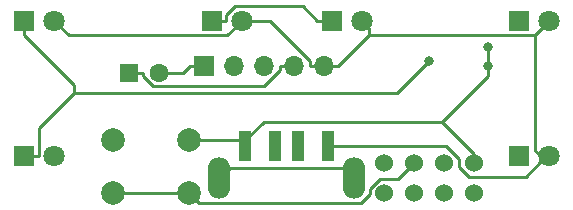
<source format=gbr>
%TF.GenerationSoftware,KiCad,Pcbnew,(5.1.6)-1*%
%TF.CreationDate,2020-05-26T13:10:35+02:00*%
%TF.ProjectId,semaforBoard,73656d61-666f-4724-926f-6172642e6b69,rev?*%
%TF.SameCoordinates,Original*%
%TF.FileFunction,Copper,L1,Top*%
%TF.FilePolarity,Positive*%
%FSLAX46Y46*%
G04 Gerber Fmt 4.6, Leading zero omitted, Abs format (unit mm)*
G04 Created by KiCad (PCBNEW (5.1.6)-1) date 2020-05-26 13:10:35*
%MOMM*%
%LPD*%
G01*
G04 APERTURE LIST*
%TA.AperFunction,ComponentPad*%
%ADD10O,1.900000X3.500000*%
%TD*%
%TA.AperFunction,SMDPad,CuDef*%
%ADD11R,1.100000X2.500000*%
%TD*%
%TA.AperFunction,ComponentPad*%
%ADD12O,1.700000X1.700000*%
%TD*%
%TA.AperFunction,ComponentPad*%
%ADD13R,1.700000X1.700000*%
%TD*%
%TA.AperFunction,ComponentPad*%
%ADD14C,1.524000*%
%TD*%
%TA.AperFunction,ComponentPad*%
%ADD15C,2.000000*%
%TD*%
%TA.AperFunction,ComponentPad*%
%ADD16C,1.800000*%
%TD*%
%TA.AperFunction,ComponentPad*%
%ADD17R,1.800000X1.800000*%
%TD*%
%TA.AperFunction,ComponentPad*%
%ADD18C,1.600000*%
%TD*%
%TA.AperFunction,ComponentPad*%
%ADD19R,1.600000X1.600000*%
%TD*%
%TA.AperFunction,ViaPad*%
%ADD20C,0.800000*%
%TD*%
%TA.AperFunction,Conductor*%
%ADD21C,0.250000*%
%TD*%
G04 APERTURE END LIST*
D10*
%TO.P,J3,5*%
%TO.N,Net-(J3-Pad5)*%
X137160000Y-100965000D03*
X148560000Y-100965000D03*
D11*
%TO.P,J3,4*%
%TO.N,GND*%
X139360000Y-98215000D03*
%TO.P,J3,1*%
%TO.N,+5V*%
X146360000Y-98215000D03*
%TO.P,J3,3*%
%TO.N,Net-(J3-Pad3)*%
X141860000Y-98215000D03*
%TO.P,J3,2*%
%TO.N,Net-(J3-Pad2)*%
X143860000Y-98215000D03*
%TD*%
D12*
%TO.P,J2,5*%
%TO.N,+5V*%
X146050000Y-91440000D03*
%TO.P,J2,4*%
%TO.N,+3V3*%
X143510000Y-91440000D03*
%TO.P,J2,3*%
%TO.N,Net-(J2-Pad3)*%
X140970000Y-91440000D03*
%TO.P,J2,2*%
%TO.N,Net-(J2-Pad2)*%
X138430000Y-91440000D03*
D13*
%TO.P,J2,1*%
%TO.N,GND*%
X135890000Y-91440000D03*
%TD*%
D14*
%TO.P,U1,8*%
%TO.N,LED-C*%
X151130000Y-99695000D03*
%TO.P,U1,7*%
%TO.N,LED-B*%
X156210000Y-99695000D03*
%TO.P,U1,6*%
%TO.N,LED-A*%
X158750000Y-102235000D03*
%TO.P,U1,5*%
%TO.N,BUTTON*%
X153670000Y-99695000D03*
%TO.P,U1,4*%
%TO.N,RESET*%
X153670000Y-102235000D03*
%TO.P,U1,3*%
%TO.N,+3V3*%
X156210000Y-102235000D03*
%TO.P,U1,2*%
%TO.N,GND*%
X158750000Y-99695000D03*
%TO.P,U1,1*%
%TO.N,+3V3*%
X151130000Y-102235000D03*
%TD*%
D15*
%TO.P,SW1,1*%
%TO.N,BUTTON*%
X128120000Y-102235000D03*
%TO.P,SW1,2*%
%TO.N,GND*%
X128120000Y-97735000D03*
%TO.P,SW1,1*%
%TO.N,BUTTON*%
X134620000Y-102235000D03*
%TO.P,SW1,2*%
%TO.N,GND*%
X134620000Y-97735000D03*
%TD*%
D16*
%TO.P,D6,2*%
%TO.N,+5V*%
X165100000Y-99060000D03*
D17*
%TO.P,D6,1*%
%TO.N,Net-(D5-Pad1)*%
X162560000Y-99060000D03*
%TD*%
D16*
%TO.P,D5,2*%
%TO.N,+5V*%
X165100000Y-87630000D03*
D17*
%TO.P,D5,1*%
%TO.N,Net-(D5-Pad1)*%
X162560000Y-87630000D03*
%TD*%
D16*
%TO.P,D4,2*%
%TO.N,+5V*%
X149225000Y-87630000D03*
D17*
%TO.P,D4,1*%
%TO.N,Net-(D3-Pad1)*%
X146685000Y-87630000D03*
%TD*%
D16*
%TO.P,D3,2*%
%TO.N,+5V*%
X139065000Y-87630000D03*
D17*
%TO.P,D3,1*%
%TO.N,Net-(D3-Pad1)*%
X136525000Y-87630000D03*
%TD*%
D16*
%TO.P,D2,2*%
%TO.N,+5V*%
X123190000Y-99060000D03*
D17*
%TO.P,D2,1*%
%TO.N,Net-(D1-Pad1)*%
X120650000Y-99060000D03*
%TD*%
D16*
%TO.P,D1,2*%
%TO.N,+5V*%
X123190000Y-87630000D03*
D17*
%TO.P,D1,1*%
%TO.N,Net-(D1-Pad1)*%
X120650000Y-87630000D03*
%TD*%
D18*
%TO.P,C1,2*%
%TO.N,GND*%
X132040000Y-92075000D03*
D19*
%TO.P,C1,1*%
%TO.N,+3V3*%
X129540000Y-92075000D03*
%TD*%
D20*
%TO.N,GND*%
X159868800Y-89845600D03*
X159947700Y-91479100D03*
%TO.N,Net-(D1-Pad1)*%
X154922800Y-91024900D03*
%TD*%
D21*
%TO.N,GND*%
X159947700Y-91479100D02*
X159868800Y-91400200D01*
X159868800Y-91400200D02*
X159868800Y-89845600D01*
X156032700Y-96189400D02*
X159947700Y-92274400D01*
X159947700Y-92274400D02*
X159947700Y-91479100D01*
X156032700Y-96189400D02*
X158750000Y-98906700D01*
X158750000Y-98906700D02*
X158750000Y-99695000D01*
X139360000Y-97735000D02*
X140905600Y-96189400D01*
X140905600Y-96189400D02*
X156032700Y-96189400D01*
X139360000Y-97897400D02*
X139360000Y-97735000D01*
X139360000Y-98215000D02*
X139360000Y-97897400D01*
X134620000Y-97735000D02*
X139360000Y-97735000D01*
X135890000Y-91440000D02*
X134714700Y-91440000D01*
X132040000Y-92075000D02*
X134079700Y-92075000D01*
X134079700Y-92075000D02*
X134714700Y-91440000D01*
%TO.N,+3V3*%
X143510000Y-91440000D02*
X142334700Y-91440000D01*
X129540000Y-92075000D02*
X130665300Y-92075000D01*
X130665300Y-92075000D02*
X130665300Y-92356300D01*
X130665300Y-92356300D02*
X131509400Y-93200400D01*
X131509400Y-93200400D02*
X140941600Y-93200400D01*
X140941600Y-93200400D02*
X142334700Y-91807300D01*
X142334700Y-91807300D02*
X142334700Y-91440000D01*
%TO.N,+5V*%
X163874600Y-88855400D02*
X165100000Y-87630000D01*
X149809900Y-88855400D02*
X163874600Y-88855400D01*
X163874600Y-88855400D02*
X163874600Y-98604500D01*
X163874600Y-98604500D02*
X164330100Y-99060000D01*
X164330100Y-99060000D02*
X164330100Y-99612400D01*
X164330100Y-99612400D02*
X163113200Y-100829300D01*
X163113200Y-100829300D02*
X158327100Y-100829300D01*
X158327100Y-100829300D02*
X157480000Y-99982200D01*
X157480000Y-99982200D02*
X157480000Y-99380700D01*
X157480000Y-99380700D02*
X156314300Y-98215000D01*
X156314300Y-98215000D02*
X146360000Y-98215000D01*
X165100000Y-99060000D02*
X164330100Y-99060000D01*
X149809900Y-88855400D02*
X147225300Y-91440000D01*
X149225000Y-87630000D02*
X149809900Y-88214900D01*
X149809900Y-88214900D02*
X149809900Y-88855400D01*
X139065000Y-87630000D02*
X141432100Y-87630000D01*
X141432100Y-87630000D02*
X144874700Y-91072600D01*
X144874700Y-91072600D02*
X144874700Y-91440000D01*
X146050000Y-91440000D02*
X144874700Y-91440000D01*
X123190000Y-87630000D02*
X124415400Y-88855400D01*
X124415400Y-88855400D02*
X137839600Y-88855400D01*
X137839600Y-88855400D02*
X139065000Y-87630000D01*
X146050000Y-91440000D02*
X147225300Y-91440000D01*
%TO.N,Net-(D1-Pad1)*%
X124870200Y-93715900D02*
X152231800Y-93715900D01*
X152231800Y-93715900D02*
X154922800Y-91024900D01*
X120650000Y-88855300D02*
X124870200Y-93075500D01*
X124870200Y-93075500D02*
X124870200Y-93715900D01*
X124870200Y-93715900D02*
X121875300Y-96710800D01*
X121875300Y-96710800D02*
X121875300Y-99060000D01*
X120650000Y-87630000D02*
X120650000Y-88855300D01*
X120650000Y-99060000D02*
X121875300Y-99060000D01*
%TO.N,Net-(D3-Pad1)*%
X146685000Y-87630000D02*
X145459700Y-87630000D01*
X136525000Y-87630000D02*
X137750300Y-87630000D01*
X137750300Y-87630000D02*
X137750300Y-87170500D01*
X137750300Y-87170500D02*
X138516100Y-86404700D01*
X138516100Y-86404700D02*
X144234400Y-86404700D01*
X144234400Y-86404700D02*
X145459700Y-87630000D01*
%TO.N,Net-(J3-Pad5)*%
X148560000Y-100965000D02*
X147679000Y-100084000D01*
X147679000Y-100084000D02*
X138041000Y-100084000D01*
X138041000Y-100084000D02*
X137160000Y-100965000D01*
%TO.N,BUTTON*%
X134620000Y-102235000D02*
X128120000Y-102235000D01*
X153670000Y-99695000D02*
X152296400Y-101068600D01*
X152296400Y-101068600D02*
X150747800Y-101068600D01*
X150747800Y-101068600D02*
X149939000Y-101877400D01*
X149939000Y-101877400D02*
X149939000Y-102272500D01*
X149939000Y-102272500D02*
X149156100Y-103055400D01*
X149156100Y-103055400D02*
X135440400Y-103055400D01*
X135440400Y-103055400D02*
X134620000Y-102235000D01*
%TD*%
M02*

</source>
